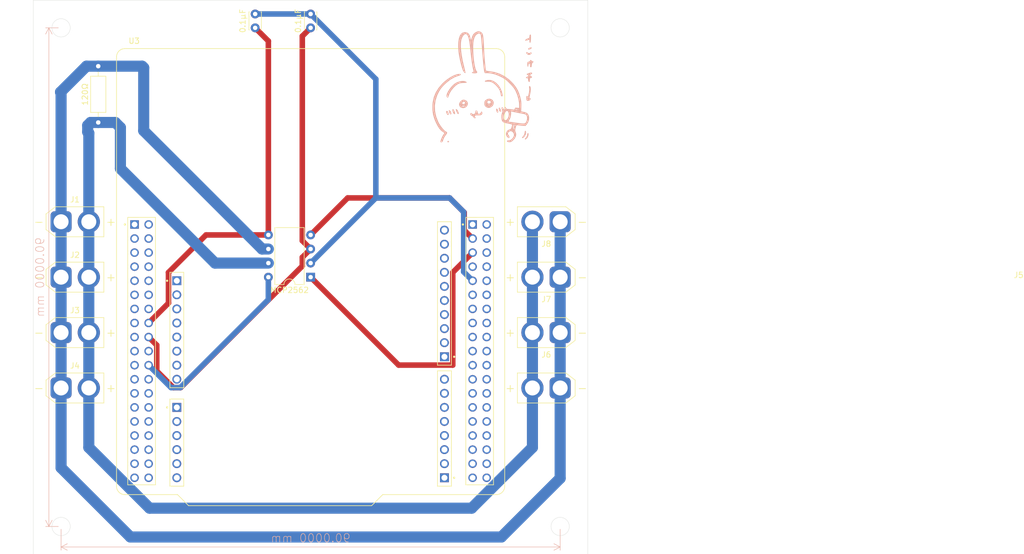
<source format=kicad_pcb>
(kicad_pcb (version 20240108) (generator "pcbnew") (generator_version "8.0")
  (layers (0 "F.Cu" signal) (31 "B.Cu" signal) (34 "B.Paste" user) (35 "F.Paste" user) (36 "B.SilkS" user "B.Silkscreen") (37 "F.SilkS" user "F.Silkscreen") (38 "B.Mask" user) (39 "F.Mask" user) (44 "Edge.Cuts" user))
  (net 0 "")
  (net 1 "3.3V")
  (net 2 "GND")
  (net 3 "5V")
  (net 4 "RX")
  (net 5 "TX")
  (net 56 "CAN_L")
  (net 72 "CAN_H")
  (footprint "Capacitor_THT:C_Disc_D3.0mm_W2.0mm_P2.50mm" (layer "F.Cu") (at 150 55 90)
    (property "Reference" "0.1μF" (at 1.25 -2.25 90) (layer "F.SilkS"))
    (property "Value" "0.1μ")
    (pad "1" thru_hole circle (at 0 0 90) (size 1.6 1.6) (drill 0.8) (layers "*.Cu" "*.Mask") (net 3 "5V"))
    (pad "2" thru_hole circle (at 2.5 0 90) (size 1.6 1.6) (drill 0.8) (layers "*.Cu" "*.Mask") (net 2 "GND"))
  )
  (footprint "Connector_AMASS:AMASS_XT30U-F_1x02_P5.0mm_Vertical" (layer "F.Cu") (at 105 120)
    (property "Reference" "J4" (at 2.5 -4 0) (layer "F.SilkS"))
    (property "Value" "CAN_4")
    (fp_text user "+" (at 9 0 0) (layer "F.SilkS") (effects (font (size 1.5 1.5))))
    (fp_text user "-" (at -4 0 0) (layer "F.SilkS") (effects (font (size 1.5 1.5))))
    (pad "1" thru_hole roundrect (at 0 0) (size 3.8 3.8) (drill 2.7) (layers "*.Cu" "*.Mask") (roundrect_rratio 0.2) (net 56 "CAN_L"))
    (pad "2" thru_hole circle (at 5 0) (size 4 4) (drill 2.7) (layers "*.Cu" "*.Mask") (net 72 "CAN_H"))
  )
  (footprint "Capacitor_THT:C_Disc_D3.0mm_W2.0mm_P2.50mm" (layer "F.Cu") (at 140 55 90)
    (property "Reference" "0.1μF" (at 1.25 -2.25 90) (layer "F.SilkS"))
    (property "Value" "0.1μ")
    (pad "1" thru_hole circle (at 0 0 90) (size 1.6 1.6) (drill 0.8) (layers "*.Cu" "*.Mask") (net 1 "3.3V"))
    (pad "2" thru_hole circle (at 2.5 0 90) (size 1.6 1.6) (drill 0.8) (layers "*.Cu" "*.Mask") (net 2 "GND"))
  )
  (footprint "Connector_AMASS:AMASS_XT30U-F_1x02_P5.0mm_Vertical" (layer "F.Cu") (at 105 100)
    (property "Reference" "J2" (at 2.5 -4 0) (layer "F.SilkS"))
    (property "Value" "CAN_2")
    (fp_text user "+" (at 9 0 0) (layer "F.SilkS") (effects (font (size 1.5 1.5))))
    (fp_text user "-" (at -4 0 0) (layer "F.SilkS") (effects (font (size 1.5 1.5))))
    (pad "1" thru_hole roundrect (at 0 0) (size 3.8 3.8) (drill 2.7) (layers "*.Cu" "*.Mask") (roundrect_rratio 0.2) (net 56 "CAN_L"))
    (pad "2" thru_hole circle (at 5 0) (size 4 4) (drill 2.7) (layers "*.Cu" "*.Mask") (net 72 "CAN_H"))
  )
  (footprint "Connector_AMASS:AMASS_XT30U-F_1x02_P5.0mm_Vertical" (layer "F.Cu") (at 195 90 180)
    (property "Reference" "J8" (at 2.5 -4 0) (layer "F.SilkS"))
    (property "Value" "CAN_8")
    (fp_text user "-" (at -4 0 0) (layer "F.SilkS") (effects (font (size 1.5 1.5))))
    (fp_text user "+" (at 9 0 0) (layer "F.SilkS") (effects (font (size 1.5 1.5))))
    (pad "1" thru_hole roundrect (at 0 0 180) (size 3.8 3.8) (drill 2.7) (layers "*.Cu" "*.Mask") (roundrect_rratio 0.2) (net 56 "CAN_L"))
    (pad "2" thru_hole circle (at 5 0 180) (size 4 4) (drill 2.7) (layers "*.Cu" "*.Mask") (net 72 "CAN_H"))
  )
  (footprint "Package_DIP:DIP-8_W7.62mm" (layer "F.Cu") (at 150 100 180)
    (property "Reference" "MCP2562" (at 3.81 -2.33 0) (layer "F.SilkS"))
    (property "Value" "MCP2562-E-P")
    (pad "1" thru_hole rect (at 0 0 180) (size 1.6 1.6) (drill 0.8) (layers "*.Cu" "*.Mask") (net 5 "TX"))
    (pad "2" thru_hole oval (at 0 2.54 180) (size 1.6 1.6) (drill 0.8) (layers "*.Cu" "*.Mask") (net 2 "GND"))
    (pad "3" thru_hole oval (at 0 5.08 180) (size 1.6 1.6) (drill 0.8) (layers "*.Cu" "*.Mask") (net 3 "5V"))
    (pad "4" thru_hole oval (at 0 7.62 180) (size 1.6 1.6) (drill 0.8) (layers "*.Cu" "*.Mask") (net 4 "RX"))
    (pad "5" thru_hole oval (at 7.62 7.62 180) (size 1.6 1.6) (drill 0.8) (layers "*.Cu" "*.Mask") (net 1 "3.3V"))
    (pad "6" thru_hole oval (at 7.62 5.08 180) (size 1.6 1.6) (drill 0.8) (layers "*.Cu" "*.Mask") (net 56 "CAN_L"))
    (pad "7" thru_hole oval (at 7.62 2.54 180) (size 1.6 1.6) (drill 0.8) (layers "*.Cu" "*.Mask") (net 72 "CAN_H"))
    (pad "8" thru_hole oval (at 7.62 0 180) (size 1.6 1.6) (drill 0.8) (layers "*.Cu" "*.Mask") (net 2 "GND"))
  )
  (footprint "Resistor_THT:R_Axial_DIN0207_L6.3mm_D2.5mm_P10.16mm_Horizontal" (layer "F.Cu") (at 111.7 72.08 90)
    (property "Reference" "120Ω" (at 5.08 -2.37 90) (layer "F.SilkS"))
    (property "Value" "120")
    (pad "1" thru_hole circle (at 0 0 90) (size 1.6 1.6) (drill 0.8) (layers "*.Cu" "*.Mask") (net 72 "CAN_H"))
    (pad "2" thru_hole oval (at 10.16 0 90) (size 1.6 1.6) (drill 0.8) (layers "*.Cu" "*.Mask") (net 56 "CAN_L"))
  )
  (footprint "Connector_AMASS:AMASS_XT30U-F_1x02_P5.0mm_Vertical" (layer "F.Cu") (at 105 90)
    (property "Reference" "J1" (at 2.5 -4 0) (layer "F.SilkS"))
    (property "Value" "CAN_1")
    (fp_text user "+" (at 9 0 0) (layer "F.SilkS") (effects (font (size 1.5 1.5))))
    (fp_text user "-" (at -4 0 0) (layer "F.SilkS") (effects (font (size 1.5 1.5))))
    (pad "1" thru_hole roundrect (at 0 0) (size 3.8 3.8) (drill 2.7) (layers "*.Cu" "*.Mask") (roundrect_rratio 0.2) (net 56 "CAN_L"))
    (pad "2" thru_hole circle (at 5 0) (size 4 4) (drill 2.7) (layers "*.Cu" "*.Mask") (net 72 "CAN_H"))
  )
  (footprint "Connector_AMASS:AMASS_XT30U-F_1x02_P5.0mm_Vertical" (layer "F.Cu") (at 195 100 180)
    (property "Reference" "J7" (at 2.5 -4 0) (layer "F.SilkS"))
    (property "Value" "CAN_7")
    (fp_text user "+" (at 9 0 0) (layer "F.SilkS") (effects (font (size 1.5 1.5))))
    (fp_text user "-" (at -4 0 0) (layer "F.SilkS") (effects (font (size 1.5 1.5))))
    (pad "1" thru_hole roundrect (at 0 0 180) (size 3.8 3.8) (drill 2.7) (layers "*.Cu" "*.Mask") (roundrect_rratio 0.2) (net 56 "CAN_L"))
    (pad "2" thru_hole circle (at 5 0 180) (size 4 4) (drill 2.7) (layers "*.Cu" "*.Mask") (net 72 "CAN_H"))
  )
  (footprint "NUCLEO_F446RE.pritty:MODULE_NUCLEO-F446RE" (layer "F.Cu") (at 150 100)
    (property "Reference" "U3" (at -31.825 -42.635 0) (layer "F.SilkS"))
    (property "Value" "NUCLEO-F446RE")
    (pad "" np_thru_hole circle (at -24.13 -13.32) (size 3 3) (drill 3) (layers "*.Cu" "*.Mask"))
    (pad "" np_thru_hole circle (at 8.89 38.75) (size 3 3) (drill 3) (layers "*.Cu" "*.Mask"))
    (pad "" np_thru_hole circle (at 24.13 -12.05) (size 3 3) (drill 3) (layers "*.Cu" "*.Mask"))
    (pad "CN5_1" thru_hole rect (at 24.13 14.37) (size 1.605 1.605) (drill 1.07) (layers "*.Cu" "*.Mask"))
    (pad "CN5_2" thru_hole circle (at 24.13 11.83) (size 1.605 1.605) (drill 1.07) (layers "*.Cu" "*.Mask"))
    (pad "CN5_3" thru_hole circle (at 24.13 9.29) (size 1.605 1.605) (drill 1.07) (layers "*.Cu" "*.Mask"))
    (pad "CN5_4" thru_hole circle (at 24.13 6.75) (size 1.605 1.605) (drill 1.07) (layers "*.Cu" "*.Mask"))
    (pad "CN5_5" thru_hole circle (at 24.13 4.21) (size 1.605 1.605) (drill 1.07) (layers "*.Cu" "*.Mask"))
    (pad "CN5_6" thru_hole circle (at 24.13 1.67) (size 1.605 1.605) (drill 1.07) (layers "*.Cu" "*.Mask"))
    (pad "CN5_7" thru_hole circle (at 24.13 -0.87) (size 1.605 1.605) (drill 1.07) (layers "*.Cu" "*.Mask"))
    (pad "CN5_8" thru_hole circle (at 24.13 -3.41) (size 1.605 1.605) (drill 1.07) (layers "*.Cu" "*.Mask"))
    (pad "CN5_9" thru_hole circle (at 24.13 -5.95) (size 1.605 1.605) (drill 1.07) (layers "*.Cu" "*.Mask"))
    (pad "CN5_10" thru_hole circle (at 24.13 -8.49) (size 1.605 1.605) (drill 1.07) (layers "*.Cu" "*.Mask"))
    (pad "CN6_1" thru_hole rect (at -24.13 0.65) (size 1.605 1.605) (drill 1.07) (layers "*.Cu" "*.Mask"))
    (pad "CN6_2" thru_hole circle (at -24.13 3.19) (size 1.605 1.605) (drill 1.07) (layers "*.Cu" "*.Mask"))
    (pad "CN6_3" thru_hole circle (at -24.13 5.73) (size 1.605 1.605) (drill 1.07) (layers "*.Cu" "*.Mask"))
    (pad "CN6_4" thru_hole circle (at -24.13 8.27) (size 1.605 1.605) (drill 1.07) (layers "*.Cu" "*.Mask"))
    (pad "CN6_5" thru_hole circle (at -24.13 10.81) (size 1.605 1.605) (drill 1.07) (layers "*.Cu" "*.Mask"))
    (pad "CN6_6" thru_hole circle (at -24.13 13.35) (size 1.605 1.605) (drill 1.07) (layers "*.Cu" "*.Mask"))
    (pad "CN6_7" thru_hole circle (at -24.13 15.89) (size 1.605 1.605) (drill 1.07) (layers "*.Cu" "*.Mask"))
    (pad "CN6_8" thru_hole circle (at -24.13 18.43) (size 1.605 1.605) (drill 1.07) (layers "*.Cu" "*.Mask"))
    (pad "CN7_1" thru_hole rect (at -31.75 -9.51) (size 1.53 1.53) (drill 1.02) (layers "*.Cu" "*.Mask"))
    (pad "CN7_2" thru_hole circle (at -29.21 -9.51) (size 1.53 1.53) (drill 1.02) (layers "*.Cu" "*.Mask"))
    (pad "CN7_3" thru_hole circle (at -31.75 -6.97) (size 1.53 1.53) (drill 1.02) (layers "*.Cu" "*.Mask"))
    (pad "CN7_4" thru_hole circle (at -29.21 -6.97) (size 1.53 1.53) (drill 1.02) (layers "*.Cu" "*.Mask"))
    (pad "CN7_5" thru_hole circle (at -31.75 -4.43) (size 1.53 1.53) (drill 1.02) (layers "*.Cu" "*.Mask"))
    (pad "CN7_6" thru_hole circle (at -29.21 -4.43) (size 1.53 1.53) (drill 1.02) (layers "*.Cu" "*.Mask"))
    (pad "CN7_7" thru_hole circle (at -31.75 -1.89) (size 1.53 1.53) (drill 1.02) (layers "*.Cu" "*.Mask"))
    (pad "CN7_8" thru_hole circle (at -29.21 -1.89) (size 1.53 1.53) (drill 1.02) (layers "*.Cu" "*.Mask"))
    (pad "CN7_9" thru_hole circle (at -31.75 0.65) (size 1.53 1.53) (drill 1.02) (layers "*.Cu" "*.Mask"))
    (pad "CN7_10" thru_hole circle (at -29.21 0.65) (size 1.53 1.53) (drill 1.02) (layers "*.Cu" "*.Mask"))
    (pad "CN7_11" thru_hole circle (at -31.75 3.19) (size 1.53 1.53) (drill 1.02) (layers "*.Cu" "*.Mask"))
    (pad "CN7_12" thru_hole circle (at -29.21 3.19) (size 1.53 1.53) (drill 1.02) (layers "*.Cu" "*.Mask"))
    (pad "CN7_13" thru_hole circle (at -31.75 5.73) (size 1.53 1.53) (drill 1.02) (layers "*.Cu" "*.Mask"))
    (pad "CN7_14" thru_hole circle (at -29.21 5.73) (size 1.53 1.53) (drill 1.02) (layers "*.Cu" "*.Mask"))
    (pad "CN7_15" thru_hole circle (at -31.75 8.27) (size 1.53 1.53) (drill 1.02) (layers "*.Cu" "*.Mask"))
    (pad "CN7_16" thru_hole circle (at -29.21 8.27) (size 1.53 1.53) (drill 1.02) (layers "*.Cu" "*.Mask") (net 1 "3.3V"))
    (pad "CN7_17" thru_hole circle (at -31.75 10.81) (size 1.53 1.53) (drill 1.02) (layers "*.Cu" "*.Mask"))
    (pad "CN7_18" thru_hole circle (at -29.21 10.81) (size 1.53 1.53) (drill 1.02) (layers "*.Cu" "*.Mask") (net 3 "5V"))
    (pad "CN7_19" thru_hole circle (at -31.75 13.35) (size 1.53 1.53) (drill 1.02) (layers "*.Cu" "*.Mask") (net 2 "GND"))
    (pad "CN7_20" thru_hole circle (at -29.21 13.35) (size 1.53 1.53) (drill 1.02) (layers "*.Cu" "*.Mask") (net 2 "GND"))
    (pad "CN7_21" thru_hole circle (at -31.75 15.89) (size 1.53 1.53) (drill 1.02) (layers "*.Cu" "*.Mask"))
    (pad "CN7_22" thru_hole circle (at -29.21 15.89) (size 1.53 1.53) (drill 1.02) (layers "*.Cu" "*.Mask") (net 2 "GND"))
    (pad "CN7_23" thru_hole circle (at -31.75 18.43) (size 1.53 1.53) (drill 1.02) (layers "*.Cu" "*.Mask"))
    (pad "CN7_24" thru_hole circle (at -29.21 18.43) (size 1.53 1.53) (drill 1.02) (layers "*.Cu" "*.Mask"))
    (pad "CN7_25" thru_hole circle (at -31.75 20.97) (size 1.53 1.53) (drill 1.02) (layers "*.Cu" "*.Mask"))
    (pad "CN7_26" thru_hole circle (at -29.21 20.97) (size 1.53 1.53) (drill 1.02) (layers "*.Cu" "*.Mask"))
    (pad "CN7_27" thru_hole circle (at -31.75 23.51) (size 1.53 1.53) (drill 1.02) (layers "*.Cu" "*.Mask"))
    (pad "CN7_28" thru_hole circle (at -29.21 23.51) (size 1.53 1.53) (drill 1.02) (layers "*.Cu" "*.Mask"))
    (pad "CN7_29" thru_hole circle (at -31.75 26.05) (size 1.53 1.53) (drill 1.02) (layers "*.Cu" "*.Mask"))
    (pad "CN7_30" thru_hole circle (at -29.21 26.05) (size 1.53 1.53) (drill 1.02) (layers "*.Cu" "*.Mask"))
    (pad "CN7_31" thru_hole circle (at -31.75 28.59) (size 1.53 1.53) (drill 1.02) (layers "*.Cu" "*.Mask"))
    (pad "CN7_32" thru_hole circle (at -29.21 28.59) (size 1.53 1.53) (drill 1.02) (layers "*.Cu" "*.Mask"))
    (pad "CN7_33" thru_hole circle (at -31.75 31.13) (size 1.53 1.53) (drill 1.02) (layers "*.Cu" "*.Mask"))
    (pad "CN7_34" thru_hole circle (at -29.21 31.13) (size 1.53 1.53) (drill 1.02) (layers "*.Cu" "*.Mask"))
    (pad "CN7_35" thru_hole circle (at -31.75 33.67) (size 1.53 1.53) (drill 1.02) (layers "*.Cu" "*.Mask"))
    (pad "CN7_36" thru_hole circle (at -29.21 33.67) (size 1.53 1.53) (drill 1.02) (layers "*.Cu" "*.Mask"))
    (pad "CN7_37" thru_hole circle (at -31.75 36.21) (size 1.53 1.53) (drill 1.02) (layers "*.Cu" "*.Mask"))
    (pad "CN7_38" thru_hole circle (at -29.21 36.21) (size 1.53 1.53) (drill 1.02) (layers "*.Cu" "*.Mask"))
    (pad "CN8_1" thru_hole rect (at -24.13 23.51) (size 1.605 1.605) (drill 1.07) (layers "*.Cu" "*.Mask"))
    (pad "CN8_2" thru_hole circle (at -24.13 26.05) (size 1.605 1.605) (drill 1.07) (layers "*.Cu" "*.Mask"))
    (pad "CN8_3" thru_hole circle (at -24.13 28.59) (size 1.605 1.605) (drill 1.07) (layers "*.Cu" "*.Mask"))
    (pad "CN8_4" thru_hole circle (at -24.13 31.13) (size 1.605 1.605) (drill 1.07) (layers "*.Cu" "*.Mask"))
    (pad "CN8_5" thru_hole circle (at -24.13 33.67) (size 1.605 1.605) (drill 1.07) (layers "*.Cu" "*.Mask"))
    (pad "CN8_6" thru_hole circle (at -24.13 36.21) (size 1.605 1.605) (drill 1.07) (layers "*.Cu" "*.Mask"))
    (pad "CN9_1" thru_hole rect (at 24.13 36.21) (size 1.605 1.605) (drill 1.07) (layers "*.Cu" "*.Mask"))
    (pad "CN9_2" thru_hole circle (at 24.13 33.67) (size 1.605 1.605) (drill 1.07) (layers "*.Cu" "*.Mask"))
    (pad "CN9_3" thru_hole circle (at 24.13 31.13) (size 1.605 1.605) (drill 1.07) (layers "*.Cu" "*.Mask"))
    (pad "CN9_4" thru_hole circle (at 24.13 28.59) (size 1.605 1.605) (drill 1.07) (layers "*.Cu" "*.Mask"))
    (pad "CN9_5" thru_hole circle (at 24.13 26.05) (size 1.605 1.605) (drill 1.07) (layers "*.Cu" "*.Mask"))
    (pad "CN9_6" thru_hole circle (at 24.13 23.51) (size 1.605 1.605) (drill 1.07) (layers "*.Cu" "*.Mask"))
    (pad "CN9_7" thru_hole circle (at 24.13 20.97) (size 1.605 1.605) (drill 1.07) (layers "*.Cu" "*.Mask"))
    (pad "CN9_8" thru_hole circle (at 24.13 18.43) (size 1.605 1.605) (drill 1.07) (layers "*.Cu" "*.Mask"))
    (pad "CN10_1" thru_hole rect (at 29.21 -9.51) (size 1.53 1.53) (drill 1.02) (layers "*.Cu" "*.Mask"))
    (pad "CN10_2" thru_hole circle (at 31.75 -9.51) (size 1.53 1.53) (drill 1.02) (layers "*.Cu" "*.Mask"))
    (pad "CN10_3" thru_hole circle (at 29.21 -6.97) (size 1.53 1.53) (drill 1.02) (layers "*.Cu" "*.Mask") (net 4 "RX"))
    (pad "CN10_4" thru_hole circle (at 31.75 -6.97) (size 1.53 1.53) (drill 1.02) (layers "*.Cu" "*.Mask"))
    (pad "CN10_5" thru_hole circle (at 29.21 -4.43) (size 1.53 1.53) (drill 1.02) (layers "*.Cu" "*.Mask") (net 5 "TX"))
    (pad "CN10_6" thru_hole circle (at 31.75 -4.43) (size 1.53 1.53) (drill 1.02) (layers "*.Cu" "*.Mask"))
    (pad "CN10_7" thru_hole circle (at 29.21 -1.89) (size 1.53 1.53) (drill 1.02) (layers "*.Cu" "*.Mask"))
    (pad "CN10_8" thru_hole circle (at 31.75 -1.89) (size 1.53 1.53) (drill 1.02) (layers "*.Cu" "*.Mask"))
    (pad "CN10_9" thru_hole circle (at 29.21 0.65) (size 1.53 1.53) (drill 1.02) (layers "*.Cu" "*.Mask") (net 2 "GND"))
    (pad "CN10_10" thru_hole circle (at 31.75 0.65) (size 1.53 1.53) (drill 1.02) (layers "*.Cu" "*.Mask"))
    (pad "CN10_11" thru_hole circle (at 29.21 3.19) (size 1.53 1.53) (drill 1.02) (layers "*.Cu" "*.Mask"))
    (pad "CN10_12" thru_hole circle (at 31.75 3.19) (size 1.53 1.53) (drill 1.02) (layers "*.Cu" "*.Mask"))
    (pad "CN10_13" thru_hole circle (at 29.21 5.73) (size 1.53 1.53) (drill 1.02) (layers "*.Cu" "*.Mask"))
    (pad "CN10_14" thru_hole circle (at 31.75 5.73) (size 1.53 1.53) (drill 1.02) (layers "*.Cu" "*.Mask"))
    (pad "CN10_15" thru_hole circle (at 29.21 8.27) (size 1.53 1.53) (drill 1.02) (layers "*.Cu" "*.Mask"))
    (pad "CN10_16" thru_hole circle (at 31.75 8.27) (size 1.53 1.53) (drill 1.02) (layers "*.Cu" "*.Mask"))
    (pad "CN10_17" thru_hole circle (at 29.21 10.81) (size 1.53 1.53) (drill 1.02) (layers "*.Cu" "*.Mask"))
    (pad "CN10_18" thru_hole circle (at 31.75 10.81) (size 1.53 1.53) (drill 1.02) (layers "*.Cu" "*.Mask"))
    (pad "CN10_19" thru_hole circle (at 29.21 13.35) (size 1.53 1.53) (drill 1.02) (layers "*.Cu" "*.Mask"))
    (pad "CN10_20" thru_hole circle (at 31.75 13.35) (size 1.53 1.53) (drill 1.02) (layers "*.Cu" "*.Mask"))
    (pad "CN10_21" thru_hole circle (at 29.21 15.89) (size 1.53 1.53) (drill 1.02) (layers "*.Cu" "*.Mask"))
    (pad "CN10_22" thru_hole circle (at 31.75 15.89) (size 1.53 1.53) (drill 1.02) (layers "*.Cu" "*.Mask"))
    (pad "CN10_23" thru_hole circle (at 29.21 18.43) (size 1.53 1.53) (drill 1.02) (layers "*.Cu" "*.Mask"))
    (pad "CN10_24" thru_hole circle (at 31.75 18.43) (size 1.53 1.53) (drill 1.02) (layers "*.Cu" "*.Mask"))
    (pad "CN10_25" thru_hole circle (at 29.21 20.97) (size 1.53 1.53) (drill 1.02) (layers "*.Cu" "*.Mask"))
    (pad "CN10_26" thru_hole circle (at 31.75 20.97) (size 1.53 1.53) (drill 1.02) (layers "*.Cu" "*.Mask"))
    (pad "CN10_27" thru_hole circle (at 29.21 23.51) (size 1.53 1.53) (drill 1.02) (layers "*.Cu" "*.Mask"))
    (pad "CN10_28" thru_hole circle (at 31.75 23.51) (size 1.53 1.53) (drill 1.02) (layers "*.Cu" "*.Mask"))
    (pad "CN10_29" thru_hole circle (at 29.21 26.05) (size 1.53 1.53) (drill 1.02) (layers "*.Cu" "*.Mask"))
    (pad "CN10_30" thru_hole circle (at 31.75 26.05) (size 1.53 1.53) (drill 1.02) (layers "*.Cu" "*.Mask"))
    (pad "CN10_31" thru_hole circle (at 29.21 28.59) (size 1.53 1.53) (drill 1.02) (layers "*.Cu" "*.Mask"))
    (pad "CN10_32" thru_hole circle (at 31.75 28.59) (size 1.53 1.53) (drill 1.02) (layers "*.Cu" "*.Mask"))
    (pad "CN10_33" thru_hole circle (at 29.21 31.13) (size 1.53 1.53) (drill 1.02) (layers "*.Cu" "*.Mask"))
    (pad "CN10_34" thru_hole circle (at 31.75 31.13) (size 1.53 1.53) (drill 1.02) (layers "*.Cu" "*.Mask"))
    (pad "CN10_35" thru_hole circle (at 29.21 33.67) (size 1.53 1.53) (drill 1.02) (layers "*.Cu" "*.Mask"))
    (pad "CN10_36" thru_hole circle (at 31.75 33.67) (size 1.53 1.53) (drill 1.02) (layers "*.Cu" "*.Mask"))
    (pad "CN10_37" thru_hole circle (at 29.21 36.21) (size 1.53 1.53) (drill 1.02) (layers "*.Cu" "*.Mask"))
    (pad "CN10_38" thru_hole circle (at 31.75 36.21) (size 1.53 1.53) (drill 1.02) (layers "*.Cu" "*.Mask"))
  )
  (footprint "Connector_AMASS:AMASS_XT30U-F_1x02_P5.0mm_Vertical" (layer "F.Cu") (at 195 120 180)
    (property "Reference" "J5" (at -82.68 20.37 0) (layer "F.SilkS"))
    (property "Value" "CAN_5")
    (fp_text user "-" (at -4 0 0) (layer "F.SilkS") (effects (font (size 1.5 1.5))))
    (fp_text user "+" (at 9 0 0) (layer "F.SilkS") (effects (font (size 1.5 1.5))))
    (pad "1" thru_hole roundrect (at 0 0 180) (size 3.8 3.8) (drill 2.7) (layers "*.Cu" "*.Mask") (roundrect_rratio 0.2) (net 56 "CAN_L"))
    (pad "2" thru_hole circle (at 5 0 180) (size 4 4) (drill 2.7) (layers "*.Cu" "*.Mask") (net 72 "CAN_H"))
  )
  (footprint "Connector_AMASS:AMASS_XT30U-F_1x02_P5.0mm_Vertical" (layer "F.Cu") (at 195 110 180)
    (property "Reference" "J6" (at 2.5 -4 0) (layer "F.SilkS"))
    (property "Value" "CAN_6")
    (fp_text user "-" (at -4 0 0) (layer "F.SilkS") (effects (font (size 1.5 1.5))))
    (fp_text user "+" (at 9 0 0) (layer "F.SilkS") (effects (font (size 1.5 1.5))))
    (pad "1" thru_hole roundrect (at 0 0 180) (size 3.8 3.8) (drill 2.7) (layers "*.Cu" "*.Mask") (roundrect_rratio 0.2) (net 56 "CAN_L"))
    (pad "2" thru_hole circle (at 5 0 180) (size 4 4) (drill 2.7) (layers "*.Cu" "*.Mask") (net 72 "CAN_H"))
  )
  (footprint "NUCLEO_F446RE.pritty:usagi_tonkati" (layer "F.Cu") (at 181.9 65.5)
    (property "Reference" "G***" (hide yes))
    (property "Value" "LOGO" (hide yes))
  )
  (footprint "Connector_AMASS:AMASS_XT30U-F_1x02_P5.0mm_Vertical" (layer "F.Cu") (at 105 110)
    (property "Reference" "J3" (at 2.5 -4 0) (layer "F.SilkS"))
    (property "Value" "CAN_3")
    (fp_text user "+" (at 9 0 0) (layer "F.SilkS") (effects (font (size 1.5 1.5))))
    (fp_text user "-" (at -4 0 0) (layer "F.SilkS") (effects (font (size 1.5 1.5))))
    (pad "1" thru_hole roundrect (at 0 0) (size 3.8 3.8) (drill 2.7) (layers "*.Cu" "*.Mask") (roundrect_rratio 0.2) (net 56 "CAN_L"))
    (pad "2" thru_hole circle (at 5 0) (size 4 4) (drill 2.7) (layers "*.Cu" "*.Mask") (net 72 "CAN_H"))
  )
  (gr_circle (center 195 55) (end 196.65 55) (stroke (width 0.05)) (fill none) (layer "Edge.Cuts"))
  (gr_circle (center 105 145) (end 106.65 145) (stroke (width 0.05)) (fill none) (layer "Edge.Cuts"))
  (gr_circle (center 105 55) (end 106.65 55) (stroke (width 0.05)) (fill none) (layer "Edge.Cuts"))
  (gr_rect (start 100 50) (end 200 150) (stroke (width 0.05)) (fill none) (layer "Edge.Cuts"))
  (gr_circle (center 195 145) (end 196.65 145) (stroke (width 0.05)) (fill none) (layer "Edge.Cuts"))
  (dimension (type aligned) (layer "B.SilkS") (pts (xy 105 55) (xy 105 145)) (height 2.2) (gr_text "90.0000 mm" (at 101.2 100 90) (layer "B.SilkS") (effects (font (size 1.5 1.5) (thickness 0.1)) (justify mirror))) (format (prefix "") (suffix "") (units 3) (units_format 1) (precision 4)) (style (thickness 0.1) (arrow_length 1.27) (text_position_mode 0) (extension_height 0.58642) (extension_offset 0.5) keep_text_aligned))
  (dimension (type aligned) (layer "B.SilkS") (pts (xy 105 145) (xy 195 145)) (height 3.7) (gr_text "90.0000 mm" (at 150 147.1 0) (layer "B.SilkS") (effects (font (size 1.5 1.5) (thickness 0.1)) (justify mirror))) (format (prefix "") (suffix "") (units 3) (units_format 1) (precision 4)) (style (thickness 0.1) (arrow_length 1.27) (text_position_mode 0) (extension_height 0.58642) (extension_offset 0.5) keep_text_aligned))
  (segment (start 124.3675 99.1475) (end 131.135 92.38) (width 1) (layer "F.Cu") (net 1))
  (segment (start 131.135 92.38) (end 142.38 92.38) (width 1) (layer "F.Cu") (net 1))
  (segment (start 142.38 92.38) (end 142.38 57.38) (width 1) (layer "F.Cu") (net 1))
  (segment (start 142.38 57.38) (end 140 55) (width 1) (layer "F.Cu") (net 1))
  (segment (start 120.79 108.27) (end 124.3675 104.6925) (width 1) (layer "F.Cu") (net 1))
  (segment (start 124.3675 104.6925) (end 124.3675 99.1475) (width 1) (layer "F.Cu") (net 1))
  (segment (start 161.76 64.26) (end 150 52.5) (width 1) (layer "B.Cu") (net 2))
  (segment (start 126.492356 119.9325) (end 142.38 104.044856) (width 1) (layer "B.Cu") (net 2))
  (segment (start 161.76 85.7) (end 161.76 64.26) (width 1) (layer "B.Cu") (net 2))
  (segment (start 120.79 115.89) (end 124.8325 119.9325) (width 1) (layer "B.Cu") (net 2))
  (segment (start 161.76 85.7) (end 175.061981 85.7) (width 1) (layer "B.Cu") (net 2))
  (segment (start 142.38 104.044856) (end 142.38 100) (width 1) (layer "B.Cu") (net 2))
  (segment (start 175.061981 85.7) (end 177.6 88.238019) (width 1) (layer "B.Cu") (net 2))
  (segment (start 177.6 88.238019) (end 177.6 99.04) (width 1) (layer "B.Cu") (net 2))
  (segment (start 150 97.46) (end 161.76 85.7) (width 1) (layer "B.Cu") (net 2))
  (segment (start 150 52.5) (end 140 52.5) (width 1) (layer "B.Cu") (net 2))
  (segment (start 177.6 99.04) (end 179.21 100.65) (width 1) (layer "B.Cu") (net 2))
  (segment (start 124.8325 119.9325) (end 126.492356 119.9325) (width 1) (layer "B.Cu") (net 2))
  (segment (start 122.255 116.939856) (end 125.247644 119.9325) (width 1) (layer "F.Cu") (net 3))
  (segment (start 148.5 98) (end 148.5 96.42) (width 1) (layer "F.Cu") (net 3))
  (segment (start 120.79 110.81) (end 122.255 112.275) (width 1) (layer "F.Cu") (net 3))
  (segment (start 125.247644 119.9325) (end 126.5675 119.9325) (width 1) (layer "F.Cu") (net 3))
  (segment (start 150 94.92) (end 148.5 93.42) (width 1) (layer "F.Cu") (net 3))
  (segment (start 148.5 56.5) (end 150 55) (width 1) (layer "F.Cu") (net 3))
  (segment (start 122.255 112.275) (end 122.255 116.939856) (width 1) (layer "F.Cu") (net 3))
  (segment (start 148.5 96.42) (end 150 94.92) (width 1) (layer "F.Cu") (net 3))
  (segment (start 126.5675 119.9325) (end 148.5 98) (width 1) (layer "F.Cu") (net 3))
  (segment (start 148.5 93.42) (end 148.5 56.5) (width 1) (layer "F.Cu") (net 3))
  (segment (start 177.7 88.338019) (end 177.7 91.52) (width 1) (layer "F.Cu") (net 4))
  (segment (start 177.7 91.52) (end 179.21 93.03) (width 1) (layer "F.Cu") (net 4))
  (segment (start 150 92.38) (end 156.68 85.7) (width 1) (layer "F.Cu") (net 4))
  (segment (start 156.68 85.7) (end 175.061981 85.7) (width 1) (layer "F.Cu") (net 4))
  (segment (start 175.061981 85.7) (end 177.7 88.338019) (width 1) (layer "F.Cu") (net 4))
  (segment (start 165.8725 115.8725) (end 175.6325 115.8725) (width 1) (layer "F.Cu") (net 5))
  (segment (start 175.6325 99.1475) (end 179.21 95.57) (width 1) (layer "F.Cu") (net 5))
  (segment (start 150 100) (end 165.8725 115.8725) (width 1) (layer "F.Cu") (net 5))
  (segment (start 175.6325 115.8725) (end 175.6325 99.1475) (width 1) (layer "F.Cu") (net 5))
  (segment (start 195 110) (end 195 100) (width 2) (layer "B.Cu") (net 56))
  (segment (start 105 100) (end 105 110) (width 2) (layer "B.Cu") (net 56))
  (segment (start 195 136.3) (end 195 120) (width 2) (layer "B.Cu") (net 56))
  (segment (start 105 110) (end 105 120) (width 2) (layer "B.Cu") (net 56))
  (segment (start 195 120) (end 195 110) (width 2) (layer "B.Cu") (net 56))
  (segment (start 119.9 73.57137) (end 119.9 62.2) (width 2) (layer "B.Cu") (net 56))
  (segment (start 105 90) (end 105 100) (width 2) (layer "B.Cu") (net 56))
  (segment (start 195 100) (end 195 90) (width 2) (layer "B.Cu") (net 56))
  (segment (start 105 134.4) (end 117.5 146.9) (width 2) (layer "B.Cu") (net 56))
  (segment (start 141.24863 94.92) (end 119.9 73.57137) (width 2) (layer "B.Cu") (net 56))
  (segment (start 119.62 61.92) (end 111.7 61.92) (width 2) (layer "B.Cu") (net 56))
  (segment (start 117.5 146.9) (end 184.4 146.9) (width 2) (layer "B.Cu") (net 56))
  (segment (start 105 120) (end 105 134.4) (width 2) (layer "B.Cu") (net 56))
  (segment (start 109.58 61.92) (end 104.9 66.6) (width 2) (layer "B.Cu") (net 56))
  (segment (start 142.38 94.92) (end 141.24863 94.92) (width 2) (layer "B.Cu") (net 56))
  (segment (start 104.9 66.6) (end 105 66.7) (width 2) (layer "B.Cu") (net 56))
  (segment (start 111.7 61.92) (end 109.58 61.92) (width 2) (layer "B.Cu") (net 56))
  (segment (start 184.4 146.9) (end 195 136.3) (width 2) (layer "B.Cu") (net 56))
  (segment (start 105 66.7) (end 105 90) (width 2) (layer "B.Cu") (net 56))
  (segment (start 119.9 62.2) (end 119.62 61.92) (width 2) (layer "B.Cu") (net 56))
  (segment (start 190 100) (end 190 90) (width 2) (layer "B.Cu") (net 72))
  (segment (start 110 110) (end 110 120) (width 2) (layer "B.Cu") (net 72))
  (segment (start 120.96107 141.7) (end 179.03893 141.7) (width 2) (layer "B.Cu") (net 72))
  (segment (start 114.78 72.08) (end 111.7 72.08) (width 2) (layer "B.Cu") (net 72))
  (segment (start 110 100) (end 110 110) (width 2) (layer "B.Cu") (net 72))
  (segment (start 190 110) (end 190 100) (width 2) (layer "B.Cu") (net 72))
  (segment (start 115.7 73) (end 114.78 72.08) (width 2) (layer "B.Cu") (net 72))
  (segment (start 190 130.73893) (end 190 120) (width 2) (layer "B.Cu") (net 72))
  (segment (start 110 120) (end 110 130.73893) (width 2) (layer "B.Cu") (net 72))
  (segment (start 110 74) (end 110 90) (width 2) (layer "B.Cu") (net 72))
  (segment (start 115.7 80.399087) (end 115.7 73) (width 2) (layer "B.Cu") (net 72))
  (segment (start 132.760913 97.46) (end 115.7 80.399087) (width 2) (layer "B.Cu") (net 72))
  (segment (start 110 90) (end 110 100) (width 2) (layer "B.Cu") (net 72))
  (segment (start 190 120) (end 190 110) (width 2) (layer "B.Cu") (net 72))
  (segment (start 109.8 73.8) (end 110 74) (width 2) (layer "B.Cu") (net 72))
  (segment (start 110 130.73893) (end 120.96107 141.7) (width 2) (layer "B.Cu") (net 72))
  (segment (start 142.38 97.46) (end 132.760913 97.46) (width 2) (layer "B.Cu") (net 72))
  (segment (start 110.32 72.08) (end 109.8 72.6) (width 2) (layer "B.Cu") (net 72))
  (segment (start 111.7 72.08) (end 110.32 72.08) (width 2) (layer "B.Cu") (net 72))
  (segment (start 179.03893 141.7) (end 190 130.73893) (width 2) (layer "B.Cu") (net 72))
  (segment (start 109.8 72.6) (end 109.8 73.8) (width 2) (layer "B.Cu") (net 72))
)
</source>
